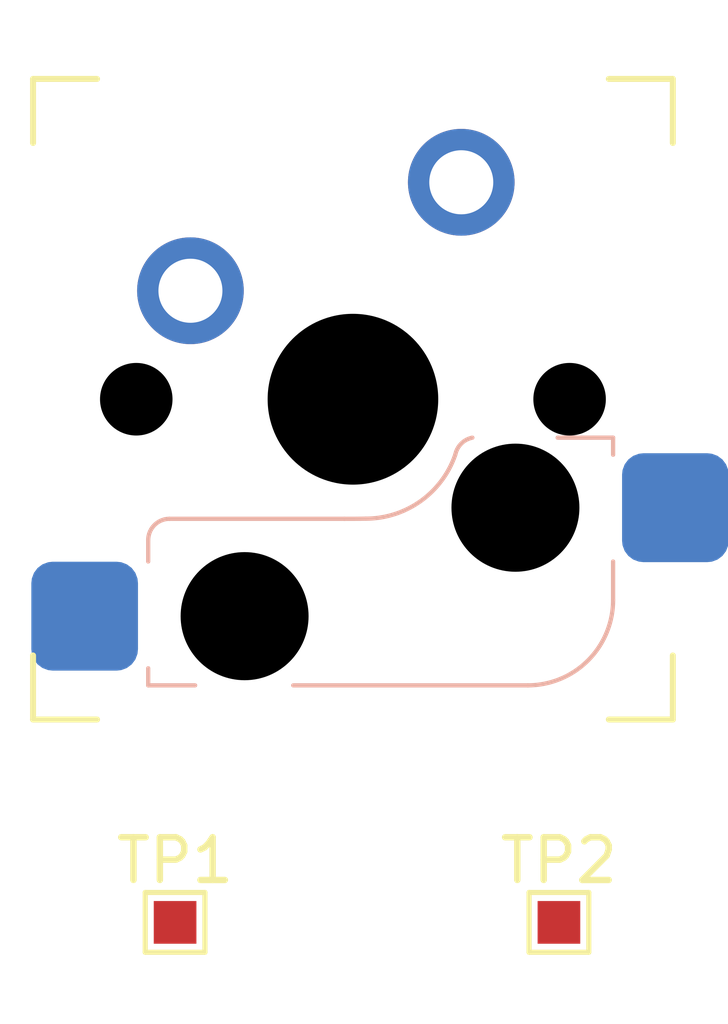
<source format=kicad_pcb>
(kicad_pcb (version 20240108) (generator "pcbnew") (generator_version "8.0")
  (layers (0 "F.Cu" signal) (31 "B.Cu" signal) (34 "B.Paste" user) (35 "F.Paste" user) (36 "B.SilkS" user "B.Silkscreen") (37 "F.SilkS" user "F.Silkscreen") (38 "B.Mask" user) (39 "F.Mask" user) (44 "Edge.Cuts" user))
  (net 0 "")
  (net 1 "Net-(SW1-A)")
  (net 2 "Net-(SW1-B)")
  (footprint "key-switches:SW_MX_HotSwap_THT" (layer "F.Cu") (at 143.17 88.75)
    (property "Reference" "SW1" (hide yes))
    (property "Value" "SW_SPST" (hide yes))
    (fp_line (start -4.8 3.8) (end -4.8 3.3) (stroke (width 0.1)) (layer "B.SilkS"))
    (fp_line (start -4.8 6.7) (end -4.8 6.3) (stroke (width 0.1)) (layer "B.SilkS"))
    (fp_line (start -4.3 2.8) (end -0.2 2.8) (stroke (width 0.1)) (layer "B.SilkS"))
    (fp_line (start -3.7 6.7) (end -4.8 6.7) (stroke (width 0.1)) (layer "B.SilkS"))
    (fp_line (start 4.1 6.7) (end -1.4 6.7) (stroke (width 0.1)) (layer "B.SilkS"))
    (fp_line (start 6.1 0.9) (end 4.8 0.900001) (stroke (width 0.1)) (layer "B.SilkS"))
    (fp_line (start 6.1 0.9) (end 6.1 1.3) (stroke (width 0.1)) (layer "B.SilkS"))
    (fp_line (start 6.1 3.8) (end 6.1 4.7) (stroke (width 0.1)) (layer "B.SilkS"))
    (fp_arc (start -4.8 3.3) (mid -4.653553 2.946447) (end -4.3 2.8) (stroke (width 0.1)) (layer "B.SilkS"))
    (fp_arc (start 0.300049 2.796514) (mid 0.050035 2.79971) (end -0.2 2.8) (stroke (width 0.1)) (layer "B.SilkS"))
    (fp_arc (start 2.399704 1.298499) (mid 1.589672 2.383609) (end 0.300049 2.796514) (stroke (width 0.1)) (layer "B.SilkS"))
    (fp_arc (start 2.401036 1.294955) (mid 2.541271 1.037629) (end 2.8 0.900001) (stroke (width 0.1)) (layer "B.SilkS"))
    (fp_arc (start 6.1 4.7) (mid 5.514214 6.114214) (end 4.1 6.7) (stroke (width 0.1)) (layer "B.SilkS"))
    (fp_line (start -7.5 -7.5) (end -7.5 -6) (stroke (width 0.14)) (layer "F.SilkS"))
    (fp_line (start -7.5 -7.5) (end -6 -7.5) (stroke (width 0.14)) (layer "F.SilkS"))
    (fp_line (start -7.5 7.5) (end -7.5 6) (stroke (width 0.14)) (layer "F.SilkS"))
    (fp_line (start -7.5 7.5) (end -6 7.5) (stroke (width 0.14)) (layer "F.SilkS"))
    (fp_line (start 7.5 -7.5) (end 6 -7.5) (stroke (width 0.14)) (layer "F.SilkS"))
    (fp_line (start 7.5 -7.5) (end 7.5 -6) (stroke (width 0.14)) (layer "F.SilkS"))
    (fp_line (start 7.5 7.5) (end 6 7.5) (stroke (width 0.14)) (layer "F.SilkS"))
    (fp_line (start 7.5 7.5) (end 7.5 6) (stroke (width 0.14)) (layer "F.SilkS"))
    (pad "" np_thru_hole circle (at -5.08 0) (size 1.7 1.7) (drill 1.7) (layers "*.Mask"))
    (pad "" np_thru_hole circle (at -2.54 5.08) (size 3 3) (drill 3) (layers "*.Mask"))
    (pad "" np_thru_hole circle (at 0 0) (size 4 4) (drill 4) (layers "*.Mask"))
    (pad "" np_thru_hole circle (at 3.81 2.54) (size 3 3) (drill 3) (layers "*.Mask"))
    (pad "" np_thru_hole circle (at 5.08 0) (size 1.7 1.7) (drill 1.7) (layers "*.Mask"))
    (pad "1" smd roundrect (at -6.29 5.08) (size 2.5 2.55) (layers "B.Cu" "B.Paste" "B.Mask") (roundrect_rratio 0.2) (net 1 "Net-(SW1-A)"))
    (pad "1" thru_hole circle (at -3.81 -2.54) (size 2.5 2.5) (drill 1.5) (layers "*.Cu" "*.Mask") (net 1 "Net-(SW1-A)"))
    (pad "2" thru_hole circle (at 2.54 -5.08) (size 2.5 2.5) (drill 1.5) (layers "*.Cu" "*.Mask") (net 2 "Net-(SW1-B)"))
    (pad "2" smd roundrect (at 7.56 2.54) (size 2.5 2.55) (layers "B.Cu" "B.Paste" "B.Mask") (roundrect_rratio 0.2) (net 2 "Net-(SW1-B)"))
  )
  (footprint "TestPoint:TestPoint_Pad_1.0x1.0mm" (layer "F.Cu") (at 139 101)
    (property "Reference" "TP1" (at 0 -1.448 0) (layer "F.SilkS"))
    (property "Value" "TestPoint")
    (fp_line (start -0.7 -0.7) (end 0.7 -0.7) (stroke (width 0.12)) (layer "F.SilkS"))
    (fp_line (start -0.7 0.7) (end -0.7 -0.7) (stroke (width 0.12)) (layer "F.SilkS"))
    (fp_line (start 0.7 -0.7) (end 0.7 0.7) (stroke (width 0.12)) (layer "F.SilkS"))
    (fp_line (start 0.7 0.7) (end -0.7 0.7) (stroke (width 0.12)) (layer "F.SilkS"))
    (pad "1" smd rect (at 0 0) (size 1 1) (layers "F.Cu" "F.Mask") (net 1 "Net-(SW1-A)"))
  )
  (footprint "TestPoint:TestPoint_Pad_1.0x1.0mm" (layer "F.Cu") (at 148 101)
    (property "Reference" "TP2" (at 0 -1.448 0) (layer "F.SilkS"))
    (property "Value" "TestPoint")
    (fp_line (start -0.7 -0.7) (end 0.7 -0.7) (stroke (width 0.12)) (layer "F.SilkS"))
    (fp_line (start -0.7 0.7) (end -0.7 -0.7) (stroke (width 0.12)) (layer "F.SilkS"))
    (fp_line (start 0.7 -0.7) (end 0.7 0.7) (stroke (width 0.12)) (layer "F.SilkS"))
    (fp_line (start 0.7 0.7) (end -0.7 0.7) (stroke (width 0.12)) (layer "F.SilkS"))
    (pad "1" smd rect (at 0 0) (size 1 1) (layers "F.Cu" "F.Mask") (net 2 "Net-(SW1-B)"))
  )
)
</source>
